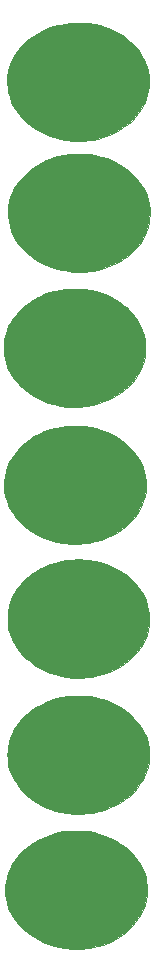
<source format=gbs>
%TF.GenerationSoftware,KiCad,Pcbnew,(5.1.9)-1*%
%TF.CreationDate,2021-08-11T15:41:34+02:00*%
%TF.ProjectId,clockdiv-panel,636c6f63-6b64-4697-962d-70616e656c2e,rev?*%
%TF.SameCoordinates,Original*%
%TF.FileFunction,Soldermask,Bot*%
%TF.FilePolarity,Negative*%
%FSLAX46Y46*%
G04 Gerber Fmt 4.6, Leading zero omitted, Abs format (unit mm)*
G04 Created by KiCad (PCBNEW (5.1.9)-1) date 2021-08-11 15:41:34*
%MOMM*%
%LPD*%
G01*
G04 APERTURE LIST*
%ADD10C,0.010000*%
G04 APERTURE END LIST*
D10*
%TO.C,Ref\u002A\u002A*%
G36*
X130307378Y-90226789D02*
G01*
X130511402Y-90231708D01*
X130701143Y-90239753D01*
X130867189Y-90250859D01*
X130978582Y-90262144D01*
X131484859Y-90342852D01*
X131975217Y-90456361D01*
X132447800Y-90601386D01*
X132900754Y-90776641D01*
X133332223Y-90980839D01*
X133740352Y-91212693D01*
X134123286Y-91470919D01*
X134479170Y-91754229D01*
X134806149Y-92061338D01*
X135102367Y-92390960D01*
X135365971Y-92741807D01*
X135595104Y-93112595D01*
X135787911Y-93502037D01*
X135843493Y-93635036D01*
X135968988Y-93989910D01*
X136059514Y-94341663D01*
X136116992Y-94700458D01*
X136143348Y-95076457D01*
X136145606Y-95230921D01*
X136132279Y-95598962D01*
X136090681Y-95947590D01*
X136018742Y-96285691D01*
X135914392Y-96622150D01*
X135775562Y-96965855D01*
X135707361Y-97112667D01*
X135500631Y-97494107D01*
X135257508Y-97856704D01*
X134980171Y-98199060D01*
X134670797Y-98519777D01*
X134331565Y-98817459D01*
X133964653Y-99090706D01*
X133572240Y-99338122D01*
X133156504Y-99558310D01*
X132719623Y-99749870D01*
X132263776Y-99911407D01*
X131791141Y-100041521D01*
X131303897Y-100138816D01*
X130908242Y-100191748D01*
X130793469Y-100201024D01*
X130646565Y-100208702D01*
X130476947Y-100214667D01*
X130294033Y-100218804D01*
X130107243Y-100220996D01*
X129925993Y-100221128D01*
X129759704Y-100219084D01*
X129617792Y-100214750D01*
X129518833Y-100208805D01*
X129394999Y-100195854D01*
X129242800Y-100175973D01*
X129075245Y-100151195D01*
X128905344Y-100123555D01*
X128746104Y-100095090D01*
X128610534Y-100067832D01*
X128593374Y-100064047D01*
X128116134Y-99939428D01*
X127658650Y-99784388D01*
X127222376Y-99600508D01*
X126808770Y-99389366D01*
X126419287Y-99152544D01*
X126055384Y-98891621D01*
X125718517Y-98608176D01*
X125410141Y-98303791D01*
X125131713Y-97980045D01*
X124884690Y-97638517D01*
X124670526Y-97280788D01*
X124490679Y-96908437D01*
X124346605Y-96523045D01*
X124239759Y-96126191D01*
X124171597Y-95719456D01*
X124143577Y-95304419D01*
X124142913Y-95235209D01*
X124163152Y-94809859D01*
X124224635Y-94392247D01*
X124326741Y-93983829D01*
X124468847Y-93586062D01*
X124650334Y-93200403D01*
X124870579Y-92828309D01*
X125128961Y-92471237D01*
X125424860Y-92130644D01*
X125499807Y-92053118D01*
X125858647Y-91719288D01*
X126245132Y-91417066D01*
X126658211Y-91146936D01*
X127096833Y-90909384D01*
X127559943Y-90704897D01*
X128046491Y-90533959D01*
X128555424Y-90397058D01*
X129085690Y-90294677D01*
X129402416Y-90251328D01*
X129536681Y-90239653D01*
X129703721Y-90231426D01*
X129894126Y-90226583D01*
X130098482Y-90225059D01*
X130307378Y-90226789D01*
G37*
X130307378Y-90226789D02*
X130511402Y-90231708D01*
X130701143Y-90239753D01*
X130867189Y-90250859D01*
X130978582Y-90262144D01*
X131484859Y-90342852D01*
X131975217Y-90456361D01*
X132447800Y-90601386D01*
X132900754Y-90776641D01*
X133332223Y-90980839D01*
X133740352Y-91212693D01*
X134123286Y-91470919D01*
X134479170Y-91754229D01*
X134806149Y-92061338D01*
X135102367Y-92390960D01*
X135365971Y-92741807D01*
X135595104Y-93112595D01*
X135787911Y-93502037D01*
X135843493Y-93635036D01*
X135968988Y-93989910D01*
X136059514Y-94341663D01*
X136116992Y-94700458D01*
X136143348Y-95076457D01*
X136145606Y-95230921D01*
X136132279Y-95598962D01*
X136090681Y-95947590D01*
X136018742Y-96285691D01*
X135914392Y-96622150D01*
X135775562Y-96965855D01*
X135707361Y-97112667D01*
X135500631Y-97494107D01*
X135257508Y-97856704D01*
X134980171Y-98199060D01*
X134670797Y-98519777D01*
X134331565Y-98817459D01*
X133964653Y-99090706D01*
X133572240Y-99338122D01*
X133156504Y-99558310D01*
X132719623Y-99749870D01*
X132263776Y-99911407D01*
X131791141Y-100041521D01*
X131303897Y-100138816D01*
X130908242Y-100191748D01*
X130793469Y-100201024D01*
X130646565Y-100208702D01*
X130476947Y-100214667D01*
X130294033Y-100218804D01*
X130107243Y-100220996D01*
X129925993Y-100221128D01*
X129759704Y-100219084D01*
X129617792Y-100214750D01*
X129518833Y-100208805D01*
X129394999Y-100195854D01*
X129242800Y-100175973D01*
X129075245Y-100151195D01*
X128905344Y-100123555D01*
X128746104Y-100095090D01*
X128610534Y-100067832D01*
X128593374Y-100064047D01*
X128116134Y-99939428D01*
X127658650Y-99784388D01*
X127222376Y-99600508D01*
X126808770Y-99389366D01*
X126419287Y-99152544D01*
X126055384Y-98891621D01*
X125718517Y-98608176D01*
X125410141Y-98303791D01*
X125131713Y-97980045D01*
X124884690Y-97638517D01*
X124670526Y-97280788D01*
X124490679Y-96908437D01*
X124346605Y-96523045D01*
X124239759Y-96126191D01*
X124171597Y-95719456D01*
X124143577Y-95304419D01*
X124142913Y-95235209D01*
X124163152Y-94809859D01*
X124224635Y-94392247D01*
X124326741Y-93983829D01*
X124468847Y-93586062D01*
X124650334Y-93200403D01*
X124870579Y-92828309D01*
X125128961Y-92471237D01*
X125424860Y-92130644D01*
X125499807Y-92053118D01*
X125858647Y-91719288D01*
X126245132Y-91417066D01*
X126658211Y-91146936D01*
X127096833Y-90909384D01*
X127559943Y-90704897D01*
X128046491Y-90533959D01*
X128555424Y-90397058D01*
X129085690Y-90294677D01*
X129402416Y-90251328D01*
X129536681Y-90239653D01*
X129703721Y-90231426D01*
X129894126Y-90226583D01*
X130098482Y-90225059D01*
X130307378Y-90226789D01*
G36*
X130436530Y-101317451D02*
G01*
X130659261Y-101324247D01*
X130861585Y-101335757D01*
X131033089Y-101351988D01*
X131042082Y-101353100D01*
X131576792Y-101438827D01*
X132089250Y-101559201D01*
X132582965Y-101715277D01*
X133061445Y-101908111D01*
X133356595Y-102048920D01*
X133544732Y-102150393D01*
X133748951Y-102271297D01*
X133956770Y-102403573D01*
X134155710Y-102539162D01*
X134333289Y-102670006D01*
X134398792Y-102721843D01*
X134742750Y-103025403D01*
X135052794Y-103348968D01*
X135328136Y-103690554D01*
X135567990Y-104048180D01*
X135771569Y-104419862D01*
X135938086Y-104803618D01*
X136066756Y-105197466D01*
X136156791Y-105599422D01*
X136207405Y-106007505D01*
X136217810Y-106419731D01*
X136187221Y-106834118D01*
X136142523Y-107116535D01*
X136042011Y-107527463D01*
X135902645Y-107924940D01*
X135726148Y-108307575D01*
X135514246Y-108673975D01*
X135268662Y-109022750D01*
X134991122Y-109352506D01*
X134683350Y-109661852D01*
X134347070Y-109949396D01*
X133984008Y-110213747D01*
X133595888Y-110453512D01*
X133184434Y-110667299D01*
X132751372Y-110853717D01*
X132298425Y-111011374D01*
X131827319Y-111138877D01*
X131339777Y-111234836D01*
X130979333Y-111283634D01*
X130832957Y-111295933D01*
X130654939Y-111304823D01*
X130455244Y-111310317D01*
X130243836Y-111312428D01*
X130030680Y-111311168D01*
X129825742Y-111306549D01*
X129638987Y-111298584D01*
X129480380Y-111287286D01*
X129425744Y-111281686D01*
X128896460Y-111201755D01*
X128384146Y-111085854D01*
X127890542Y-110934761D01*
X127417385Y-110749255D01*
X126966417Y-110530114D01*
X126539376Y-110278116D01*
X126138001Y-109994040D01*
X125764032Y-109678663D01*
X125691738Y-109611002D01*
X125403306Y-109316197D01*
X125150910Y-109013904D01*
X124928266Y-108695644D01*
X124729087Y-108352940D01*
X124661959Y-108222033D01*
X124489318Y-107828703D01*
X124357810Y-107428819D01*
X124267116Y-107024404D01*
X124216912Y-106617482D01*
X124206879Y-106210076D01*
X124236694Y-105804211D01*
X124306037Y-105401909D01*
X124414586Y-105005195D01*
X124562020Y-104616091D01*
X124748017Y-104236623D01*
X124972257Y-103868813D01*
X125234417Y-103514684D01*
X125448657Y-103266948D01*
X125787932Y-102929711D01*
X126157020Y-102621648D01*
X126554348Y-102343524D01*
X126978344Y-102096103D01*
X127427436Y-101880152D01*
X127900050Y-101696434D01*
X128394615Y-101545714D01*
X128909559Y-101428757D01*
X129381250Y-101353998D01*
X129549812Y-101337304D01*
X129750034Y-101325297D01*
X129971504Y-101317982D01*
X130203807Y-101315365D01*
X130436530Y-101317451D01*
G37*
X130436530Y-101317451D02*
X130659261Y-101324247D01*
X130861585Y-101335757D01*
X131033089Y-101351988D01*
X131042082Y-101353100D01*
X131576792Y-101438827D01*
X132089250Y-101559201D01*
X132582965Y-101715277D01*
X133061445Y-101908111D01*
X133356595Y-102048920D01*
X133544732Y-102150393D01*
X133748951Y-102271297D01*
X133956770Y-102403573D01*
X134155710Y-102539162D01*
X134333289Y-102670006D01*
X134398792Y-102721843D01*
X134742750Y-103025403D01*
X135052794Y-103348968D01*
X135328136Y-103690554D01*
X135567990Y-104048180D01*
X135771569Y-104419862D01*
X135938086Y-104803618D01*
X136066756Y-105197466D01*
X136156791Y-105599422D01*
X136207405Y-106007505D01*
X136217810Y-106419731D01*
X136187221Y-106834118D01*
X136142523Y-107116535D01*
X136042011Y-107527463D01*
X135902645Y-107924940D01*
X135726148Y-108307575D01*
X135514246Y-108673975D01*
X135268662Y-109022750D01*
X134991122Y-109352506D01*
X134683350Y-109661852D01*
X134347070Y-109949396D01*
X133984008Y-110213747D01*
X133595888Y-110453512D01*
X133184434Y-110667299D01*
X132751372Y-110853717D01*
X132298425Y-111011374D01*
X131827319Y-111138877D01*
X131339777Y-111234836D01*
X130979333Y-111283634D01*
X130832957Y-111295933D01*
X130654939Y-111304823D01*
X130455244Y-111310317D01*
X130243836Y-111312428D01*
X130030680Y-111311168D01*
X129825742Y-111306549D01*
X129638987Y-111298584D01*
X129480380Y-111287286D01*
X129425744Y-111281686D01*
X128896460Y-111201755D01*
X128384146Y-111085854D01*
X127890542Y-110934761D01*
X127417385Y-110749255D01*
X126966417Y-110530114D01*
X126539376Y-110278116D01*
X126138001Y-109994040D01*
X125764032Y-109678663D01*
X125691738Y-109611002D01*
X125403306Y-109316197D01*
X125150910Y-109013904D01*
X124928266Y-108695644D01*
X124729087Y-108352940D01*
X124661959Y-108222033D01*
X124489318Y-107828703D01*
X124357810Y-107428819D01*
X124267116Y-107024404D01*
X124216912Y-106617482D01*
X124206879Y-106210076D01*
X124236694Y-105804211D01*
X124306037Y-105401909D01*
X124414586Y-105005195D01*
X124562020Y-104616091D01*
X124748017Y-104236623D01*
X124972257Y-103868813D01*
X125234417Y-103514684D01*
X125448657Y-103266948D01*
X125787932Y-102929711D01*
X126157020Y-102621648D01*
X126554348Y-102343524D01*
X126978344Y-102096103D01*
X127427436Y-101880152D01*
X127900050Y-101696434D01*
X128394615Y-101545714D01*
X128909559Y-101428757D01*
X129381250Y-101353998D01*
X129549812Y-101337304D01*
X129750034Y-101325297D01*
X129971504Y-101317982D01*
X130203807Y-101315365D01*
X130436530Y-101317451D01*
G36*
X130014908Y-112746300D02*
G01*
X130197455Y-112749178D01*
X130364254Y-112754122D01*
X130507015Y-112761134D01*
X130617446Y-112770218D01*
X130630083Y-112771683D01*
X131169415Y-112856353D01*
X131689409Y-112976515D01*
X132188804Y-113131600D01*
X132666338Y-113321040D01*
X133120752Y-113544269D01*
X133550783Y-113800719D01*
X133955171Y-114089821D01*
X134332656Y-114411010D01*
X134388277Y-114463249D01*
X134696959Y-114784340D01*
X134972184Y-115127386D01*
X135212632Y-115489801D01*
X135416981Y-115868999D01*
X135583912Y-116262394D01*
X135712103Y-116667402D01*
X135800234Y-117081435D01*
X135827851Y-117282008D01*
X135838271Y-117415567D01*
X135843447Y-117577085D01*
X135843682Y-117755331D01*
X135839279Y-117939072D01*
X135830541Y-118117078D01*
X135817771Y-118278116D01*
X135801271Y-118410955D01*
X135796665Y-118438083D01*
X135701289Y-118859529D01*
X135571838Y-119259801D01*
X135406970Y-119641402D01*
X135205342Y-120006838D01*
X134965613Y-120358612D01*
X134686440Y-120699227D01*
X134451794Y-120947448D01*
X134089770Y-121279655D01*
X133700519Y-121579832D01*
X133285021Y-121847513D01*
X132844257Y-122082233D01*
X132379205Y-122283528D01*
X131890848Y-122450933D01*
X131380164Y-122583984D01*
X130848135Y-122682215D01*
X130767666Y-122693764D01*
X130662078Y-122704992D01*
X130522698Y-122714807D01*
X130357906Y-122723053D01*
X130176085Y-122729574D01*
X129985617Y-122734214D01*
X129794884Y-122736817D01*
X129612267Y-122737227D01*
X129446148Y-122735288D01*
X129304909Y-122730843D01*
X129196932Y-122723737D01*
X129190750Y-122723127D01*
X128640855Y-122647807D01*
X128111305Y-122535626D01*
X127602327Y-122386671D01*
X127114150Y-122201027D01*
X126647002Y-121978782D01*
X126201112Y-121720021D01*
X125804083Y-121445458D01*
X125679966Y-121346760D01*
X125540210Y-121226059D01*
X125392153Y-121090522D01*
X125243132Y-120947315D01*
X125100485Y-120803604D01*
X124971551Y-120666554D01*
X124863667Y-120543333D01*
X124805310Y-120470083D01*
X124548377Y-120100774D01*
X124332696Y-119729497D01*
X124157189Y-119353754D01*
X124020776Y-118971046D01*
X123922379Y-118578875D01*
X123879281Y-118324802D01*
X123861151Y-118150428D01*
X123850363Y-117949123D01*
X123846903Y-117734635D01*
X123850763Y-117520713D01*
X123861930Y-117321104D01*
X123880220Y-117150767D01*
X123961548Y-116732249D01*
X124082753Y-116325470D01*
X124242629Y-115931954D01*
X124439970Y-115553225D01*
X124673571Y-115190806D01*
X124942226Y-114846222D01*
X125244729Y-114520997D01*
X125579875Y-114216655D01*
X125946457Y-113934720D01*
X126343271Y-113676716D01*
X126769110Y-113444167D01*
X126840171Y-113409272D01*
X127268759Y-113219705D01*
X127706488Y-113062059D01*
X128159957Y-112934434D01*
X128635762Y-112834932D01*
X129053166Y-112772241D01*
X129156107Y-112762788D01*
X129293041Y-112755383D01*
X129455679Y-112750028D01*
X129635729Y-112746728D01*
X129824902Y-112745484D01*
X130014908Y-112746300D01*
G37*
X130014908Y-112746300D02*
X130197455Y-112749178D01*
X130364254Y-112754122D01*
X130507015Y-112761134D01*
X130617446Y-112770218D01*
X130630083Y-112771683D01*
X131169415Y-112856353D01*
X131689409Y-112976515D01*
X132188804Y-113131600D01*
X132666338Y-113321040D01*
X133120752Y-113544269D01*
X133550783Y-113800719D01*
X133955171Y-114089821D01*
X134332656Y-114411010D01*
X134388277Y-114463249D01*
X134696959Y-114784340D01*
X134972184Y-115127386D01*
X135212632Y-115489801D01*
X135416981Y-115868999D01*
X135583912Y-116262394D01*
X135712103Y-116667402D01*
X135800234Y-117081435D01*
X135827851Y-117282008D01*
X135838271Y-117415567D01*
X135843447Y-117577085D01*
X135843682Y-117755331D01*
X135839279Y-117939072D01*
X135830541Y-118117078D01*
X135817771Y-118278116D01*
X135801271Y-118410955D01*
X135796665Y-118438083D01*
X135701289Y-118859529D01*
X135571838Y-119259801D01*
X135406970Y-119641402D01*
X135205342Y-120006838D01*
X134965613Y-120358612D01*
X134686440Y-120699227D01*
X134451794Y-120947448D01*
X134089770Y-121279655D01*
X133700519Y-121579832D01*
X133285021Y-121847513D01*
X132844257Y-122082233D01*
X132379205Y-122283528D01*
X131890848Y-122450933D01*
X131380164Y-122583984D01*
X130848135Y-122682215D01*
X130767666Y-122693764D01*
X130662078Y-122704992D01*
X130522698Y-122714807D01*
X130357906Y-122723053D01*
X130176085Y-122729574D01*
X129985617Y-122734214D01*
X129794884Y-122736817D01*
X129612267Y-122737227D01*
X129446148Y-122735288D01*
X129304909Y-122730843D01*
X129196932Y-122723737D01*
X129190750Y-122723127D01*
X128640855Y-122647807D01*
X128111305Y-122535626D01*
X127602327Y-122386671D01*
X127114150Y-122201027D01*
X126647002Y-121978782D01*
X126201112Y-121720021D01*
X125804083Y-121445458D01*
X125679966Y-121346760D01*
X125540210Y-121226059D01*
X125392153Y-121090522D01*
X125243132Y-120947315D01*
X125100485Y-120803604D01*
X124971551Y-120666554D01*
X124863667Y-120543333D01*
X124805310Y-120470083D01*
X124548377Y-120100774D01*
X124332696Y-119729497D01*
X124157189Y-119353754D01*
X124020776Y-118971046D01*
X123922379Y-118578875D01*
X123879281Y-118324802D01*
X123861151Y-118150428D01*
X123850363Y-117949123D01*
X123846903Y-117734635D01*
X123850763Y-117520713D01*
X123861930Y-117321104D01*
X123880220Y-117150767D01*
X123961548Y-116732249D01*
X124082753Y-116325470D01*
X124242629Y-115931954D01*
X124439970Y-115553225D01*
X124673571Y-115190806D01*
X124942226Y-114846222D01*
X125244729Y-114520997D01*
X125579875Y-114216655D01*
X125946457Y-113934720D01*
X126343271Y-113676716D01*
X126769110Y-113444167D01*
X126840171Y-113409272D01*
X127268759Y-113219705D01*
X127706488Y-113062059D01*
X128159957Y-112934434D01*
X128635762Y-112834932D01*
X129053166Y-112772241D01*
X129156107Y-112762788D01*
X129293041Y-112755383D01*
X129455679Y-112750028D01*
X129635729Y-112746728D01*
X129824902Y-112745484D01*
X130014908Y-112746300D01*
G36*
X130044539Y-124335307D02*
G01*
X130285471Y-124341935D01*
X130505676Y-124354221D01*
X130635976Y-124365681D01*
X131137080Y-124436374D01*
X131624707Y-124541179D01*
X132096745Y-124678745D01*
X132551083Y-124847723D01*
X132985608Y-125046762D01*
X133398208Y-125274512D01*
X133786771Y-125529623D01*
X134149184Y-125810744D01*
X134483335Y-126116526D01*
X134787113Y-126445619D01*
X135058405Y-126796672D01*
X135295098Y-127168336D01*
X135436074Y-127433917D01*
X135607952Y-127831056D01*
X135738476Y-128234231D01*
X135827879Y-128641569D01*
X135876395Y-129051198D01*
X135884258Y-129461246D01*
X135851703Y-129869840D01*
X135778961Y-130275107D01*
X135666269Y-130675177D01*
X135513858Y-131068176D01*
X135321964Y-131452232D01*
X135090819Y-131825474D01*
X134846615Y-132154083D01*
X134754577Y-132261040D01*
X134637491Y-132386173D01*
X134503620Y-132521535D01*
X134361227Y-132659176D01*
X134218575Y-132791149D01*
X134083926Y-132909504D01*
X133965544Y-133006295D01*
X133941909Y-133024353D01*
X133515512Y-133318984D01*
X133069076Y-133576728D01*
X132602226Y-133797732D01*
X132114590Y-133982139D01*
X131605795Y-134130094D01*
X131075466Y-134241744D01*
X130651250Y-134303177D01*
X130572313Y-134310129D01*
X130461395Y-134316698D01*
X130326871Y-134322684D01*
X130177116Y-134327888D01*
X130020506Y-134332111D01*
X129865416Y-134335152D01*
X129720223Y-134336814D01*
X129593301Y-134336897D01*
X129493026Y-134335200D01*
X129434166Y-134332139D01*
X129098353Y-134297628D01*
X128778117Y-134254686D01*
X128482435Y-134204661D01*
X128231392Y-134151550D01*
X127749549Y-134017598D01*
X127279288Y-133847948D01*
X126825764Y-133644981D01*
X126394130Y-133411080D01*
X125989539Y-133148626D01*
X125864996Y-133057778D01*
X125504651Y-132763932D01*
X125178776Y-132450402D01*
X124887891Y-132119083D01*
X124632516Y-131771869D01*
X124413172Y-131410657D01*
X124230378Y-131037341D01*
X124084655Y-130653816D01*
X123976523Y-130261976D01*
X123906501Y-129863718D01*
X123875111Y-129460935D01*
X123882871Y-129055524D01*
X123930303Y-128649379D01*
X124017926Y-128244394D01*
X124146261Y-127842466D01*
X124315827Y-127445488D01*
X124321439Y-127433917D01*
X124523147Y-127064314D01*
X124761007Y-126711023D01*
X125036918Y-126371415D01*
X125263477Y-126130605D01*
X125612413Y-125810128D01*
X125991585Y-125517437D01*
X126398241Y-125253794D01*
X126829628Y-125020455D01*
X127282993Y-124818680D01*
X127755583Y-124649727D01*
X128244644Y-124514856D01*
X128747425Y-124415324D01*
X129124257Y-124365418D01*
X129322739Y-124349392D01*
X129550637Y-124339033D01*
X129795416Y-124334339D01*
X130044539Y-124335307D01*
G37*
X130044539Y-124335307D02*
X130285471Y-124341935D01*
X130505676Y-124354221D01*
X130635976Y-124365681D01*
X131137080Y-124436374D01*
X131624707Y-124541179D01*
X132096745Y-124678745D01*
X132551083Y-124847723D01*
X132985608Y-125046762D01*
X133398208Y-125274512D01*
X133786771Y-125529623D01*
X134149184Y-125810744D01*
X134483335Y-126116526D01*
X134787113Y-126445619D01*
X135058405Y-126796672D01*
X135295098Y-127168336D01*
X135436074Y-127433917D01*
X135607952Y-127831056D01*
X135738476Y-128234231D01*
X135827879Y-128641569D01*
X135876395Y-129051198D01*
X135884258Y-129461246D01*
X135851703Y-129869840D01*
X135778961Y-130275107D01*
X135666269Y-130675177D01*
X135513858Y-131068176D01*
X135321964Y-131452232D01*
X135090819Y-131825474D01*
X134846615Y-132154083D01*
X134754577Y-132261040D01*
X134637491Y-132386173D01*
X134503620Y-132521535D01*
X134361227Y-132659176D01*
X134218575Y-132791149D01*
X134083926Y-132909504D01*
X133965544Y-133006295D01*
X133941909Y-133024353D01*
X133515512Y-133318984D01*
X133069076Y-133576728D01*
X132602226Y-133797732D01*
X132114590Y-133982139D01*
X131605795Y-134130094D01*
X131075466Y-134241744D01*
X130651250Y-134303177D01*
X130572313Y-134310129D01*
X130461395Y-134316698D01*
X130326871Y-134322684D01*
X130177116Y-134327888D01*
X130020506Y-134332111D01*
X129865416Y-134335152D01*
X129720223Y-134336814D01*
X129593301Y-134336897D01*
X129493026Y-134335200D01*
X129434166Y-134332139D01*
X129098353Y-134297628D01*
X128778117Y-134254686D01*
X128482435Y-134204661D01*
X128231392Y-134151550D01*
X127749549Y-134017598D01*
X127279288Y-133847948D01*
X126825764Y-133644981D01*
X126394130Y-133411080D01*
X125989539Y-133148626D01*
X125864996Y-133057778D01*
X125504651Y-132763932D01*
X125178776Y-132450402D01*
X124887891Y-132119083D01*
X124632516Y-131771869D01*
X124413172Y-131410657D01*
X124230378Y-131037341D01*
X124084655Y-130653816D01*
X123976523Y-130261976D01*
X123906501Y-129863718D01*
X123875111Y-129460935D01*
X123882871Y-129055524D01*
X123930303Y-128649379D01*
X124017926Y-128244394D01*
X124146261Y-127842466D01*
X124315827Y-127445488D01*
X124321439Y-127433917D01*
X124523147Y-127064314D01*
X124761007Y-126711023D01*
X125036918Y-126371415D01*
X125263477Y-126130605D01*
X125612413Y-125810128D01*
X125991585Y-125517437D01*
X126398241Y-125253794D01*
X126829628Y-125020455D01*
X127282993Y-124818680D01*
X127755583Y-124649727D01*
X128244644Y-124514856D01*
X128747425Y-124415324D01*
X129124257Y-124365418D01*
X129322739Y-124349392D01*
X129550637Y-124339033D01*
X129795416Y-124334339D01*
X130044539Y-124335307D01*
G36*
X130349219Y-135673023D02*
G01*
X130550386Y-135678731D01*
X130735774Y-135687713D01*
X130895727Y-135699893D01*
X130968750Y-135707853D01*
X131496698Y-135790565D01*
X131997334Y-135903671D01*
X132473981Y-136048353D01*
X132929967Y-136225792D01*
X133368616Y-136437170D01*
X133793255Y-136683668D01*
X133889750Y-136745755D01*
X134271025Y-137018306D01*
X134621234Y-137315138D01*
X134939166Y-137634405D01*
X135223614Y-137974263D01*
X135473369Y-138332865D01*
X135687222Y-138708367D01*
X135863966Y-139098924D01*
X136002391Y-139502690D01*
X136101290Y-139917820D01*
X136142995Y-140186278D01*
X136156554Y-140342311D01*
X136163344Y-140526319D01*
X136163505Y-140724509D01*
X136157175Y-140923090D01*
X136144495Y-141108270D01*
X136132562Y-141217624D01*
X136057290Y-141632918D01*
X135942076Y-142037367D01*
X135788290Y-142429362D01*
X135597304Y-142807293D01*
X135370491Y-143169550D01*
X135109220Y-143514523D01*
X134814863Y-143840601D01*
X134488792Y-144146175D01*
X134132379Y-144429635D01*
X133746994Y-144689371D01*
X133334008Y-144923773D01*
X132894795Y-145131231D01*
X132746750Y-145192537D01*
X132278027Y-145360020D01*
X131796441Y-145491840D01*
X131297845Y-145588899D01*
X130778090Y-145652098D01*
X130555634Y-145668571D01*
X130409983Y-145677106D01*
X130293092Y-145682756D01*
X130193040Y-145685512D01*
X130097903Y-145685361D01*
X129995761Y-145682294D01*
X129874691Y-145676301D01*
X129730500Y-145667838D01*
X129212963Y-145617553D01*
X128705849Y-145530737D01*
X128211791Y-145408526D01*
X127733426Y-145252060D01*
X127273388Y-145062476D01*
X126834313Y-144840911D01*
X126418836Y-144588504D01*
X126029592Y-144306392D01*
X125669217Y-143995713D01*
X125520304Y-143850082D01*
X125211211Y-143507480D01*
X124940775Y-143147651D01*
X124708927Y-142770469D01*
X124515599Y-142375807D01*
X124360723Y-141963542D01*
X124244230Y-141533546D01*
X124234480Y-141488583D01*
X124215958Y-141398597D01*
X124201801Y-141320580D01*
X124191414Y-141246546D01*
X124184199Y-141168507D01*
X124179561Y-141078477D01*
X124176903Y-140968468D01*
X124175629Y-140830495D01*
X124175206Y-140694833D01*
X124175586Y-140506256D01*
X124178100Y-140351135D01*
X124183652Y-140220614D01*
X124193149Y-140105832D01*
X124207496Y-139997931D01*
X124227600Y-139888054D01*
X124254366Y-139767341D01*
X124281434Y-139656012D01*
X124405177Y-139245831D01*
X124568320Y-138849065D01*
X124769643Y-138467220D01*
X125007921Y-138101803D01*
X125281932Y-137754320D01*
X125590453Y-137426279D01*
X125932261Y-137119187D01*
X126306134Y-136834551D01*
X126710848Y-136573877D01*
X126845272Y-136496550D01*
X127272776Y-136280463D01*
X127728713Y-136094295D01*
X128210919Y-135938716D01*
X128717228Y-135814390D01*
X129245474Y-135721985D01*
X129444750Y-135696172D01*
X129579936Y-135684404D01*
X129747633Y-135676279D01*
X129938185Y-135671723D01*
X130141933Y-135670663D01*
X130349219Y-135673023D01*
G37*
X130349219Y-135673023D02*
X130550386Y-135678731D01*
X130735774Y-135687713D01*
X130895727Y-135699893D01*
X130968750Y-135707853D01*
X131496698Y-135790565D01*
X131997334Y-135903671D01*
X132473981Y-136048353D01*
X132929967Y-136225792D01*
X133368616Y-136437170D01*
X133793255Y-136683668D01*
X133889750Y-136745755D01*
X134271025Y-137018306D01*
X134621234Y-137315138D01*
X134939166Y-137634405D01*
X135223614Y-137974263D01*
X135473369Y-138332865D01*
X135687222Y-138708367D01*
X135863966Y-139098924D01*
X136002391Y-139502690D01*
X136101290Y-139917820D01*
X136142995Y-140186278D01*
X136156554Y-140342311D01*
X136163344Y-140526319D01*
X136163505Y-140724509D01*
X136157175Y-140923090D01*
X136144495Y-141108270D01*
X136132562Y-141217624D01*
X136057290Y-141632918D01*
X135942076Y-142037367D01*
X135788290Y-142429362D01*
X135597304Y-142807293D01*
X135370491Y-143169550D01*
X135109220Y-143514523D01*
X134814863Y-143840601D01*
X134488792Y-144146175D01*
X134132379Y-144429635D01*
X133746994Y-144689371D01*
X133334008Y-144923773D01*
X132894795Y-145131231D01*
X132746750Y-145192537D01*
X132278027Y-145360020D01*
X131796441Y-145491840D01*
X131297845Y-145588899D01*
X130778090Y-145652098D01*
X130555634Y-145668571D01*
X130409983Y-145677106D01*
X130293092Y-145682756D01*
X130193040Y-145685512D01*
X130097903Y-145685361D01*
X129995761Y-145682294D01*
X129874691Y-145676301D01*
X129730500Y-145667838D01*
X129212963Y-145617553D01*
X128705849Y-145530737D01*
X128211791Y-145408526D01*
X127733426Y-145252060D01*
X127273388Y-145062476D01*
X126834313Y-144840911D01*
X126418836Y-144588504D01*
X126029592Y-144306392D01*
X125669217Y-143995713D01*
X125520304Y-143850082D01*
X125211211Y-143507480D01*
X124940775Y-143147651D01*
X124708927Y-142770469D01*
X124515599Y-142375807D01*
X124360723Y-141963542D01*
X124244230Y-141533546D01*
X124234480Y-141488583D01*
X124215958Y-141398597D01*
X124201801Y-141320580D01*
X124191414Y-141246546D01*
X124184199Y-141168507D01*
X124179561Y-141078477D01*
X124176903Y-140968468D01*
X124175629Y-140830495D01*
X124175206Y-140694833D01*
X124175586Y-140506256D01*
X124178100Y-140351135D01*
X124183652Y-140220614D01*
X124193149Y-140105832D01*
X124207496Y-139997931D01*
X124227600Y-139888054D01*
X124254366Y-139767341D01*
X124281434Y-139656012D01*
X124405177Y-139245831D01*
X124568320Y-138849065D01*
X124769643Y-138467220D01*
X125007921Y-138101803D01*
X125281932Y-137754320D01*
X125590453Y-137426279D01*
X125932261Y-137119187D01*
X126306134Y-136834551D01*
X126710848Y-136573877D01*
X126845272Y-136496550D01*
X127272776Y-136280463D01*
X127728713Y-136094295D01*
X128210919Y-135938716D01*
X128717228Y-135814390D01*
X129245474Y-135721985D01*
X129444750Y-135696172D01*
X129579936Y-135684404D01*
X129747633Y-135676279D01*
X129938185Y-135671723D01*
X130141933Y-135670663D01*
X130349219Y-135673023D01*
G36*
X130392311Y-147206252D02*
G01*
X130587306Y-147209911D01*
X130758799Y-147217101D01*
X130916186Y-147228704D01*
X131068866Y-147245602D01*
X131226235Y-147268676D01*
X131397689Y-147298807D01*
X131592627Y-147336878D01*
X131614333Y-147341269D01*
X132098096Y-147458303D01*
X132566196Y-147609269D01*
X133016289Y-147792573D01*
X133446032Y-148006623D01*
X133853084Y-148249825D01*
X134235100Y-148520586D01*
X134589738Y-148817313D01*
X134914656Y-149138414D01*
X135207509Y-149482294D01*
X135465957Y-149847361D01*
X135583029Y-150039917D01*
X135779419Y-150422134D01*
X135935592Y-150814893D01*
X136051632Y-151215777D01*
X136127624Y-151622368D01*
X136163652Y-152032252D01*
X136159801Y-152443010D01*
X136116154Y-152852227D01*
X136032795Y-153257485D01*
X135909811Y-153656369D01*
X135747284Y-154046461D01*
X135545299Y-154425346D01*
X135423200Y-154619394D01*
X135150580Y-154991903D01*
X134844747Y-155339592D01*
X134507531Y-155661391D01*
X134140761Y-155956232D01*
X133746266Y-156223048D01*
X133325876Y-156460769D01*
X132881419Y-156668329D01*
X132414725Y-156844658D01*
X131927624Y-156988688D01*
X131421944Y-157099352D01*
X131085166Y-157152747D01*
X130998085Y-157161854D01*
X130879170Y-157170439D01*
X130735850Y-157178305D01*
X130575554Y-157185255D01*
X130405709Y-157191094D01*
X130233746Y-157195624D01*
X130067092Y-157198649D01*
X129913178Y-157199973D01*
X129779430Y-157199400D01*
X129673280Y-157196732D01*
X129603500Y-157191933D01*
X129400704Y-157167772D01*
X129232153Y-157146521D01*
X129089956Y-157127005D01*
X128966221Y-157108050D01*
X128853057Y-157088479D01*
X128742572Y-157067120D01*
X128684557Y-157055126D01*
X128197328Y-156933938D01*
X127727894Y-156780012D01*
X127278280Y-156594819D01*
X126850507Y-156379829D01*
X126446598Y-156136515D01*
X126068578Y-155866347D01*
X125718469Y-155570797D01*
X125398294Y-155251335D01*
X125110076Y-154909433D01*
X124855839Y-154546563D01*
X124637605Y-154164195D01*
X124597117Y-154082750D01*
X124445744Y-153739165D01*
X124329111Y-153401730D01*
X124243594Y-153058691D01*
X124196781Y-152784136D01*
X124178787Y-152610583D01*
X124168052Y-152409325D01*
X124164575Y-152194360D01*
X124168356Y-151979689D01*
X124179396Y-151779311D01*
X124196781Y-151613697D01*
X124275172Y-151202546D01*
X124393136Y-150802568D01*
X124549023Y-150415316D01*
X124741181Y-150042346D01*
X124967957Y-149685212D01*
X125227699Y-149345467D01*
X125518757Y-149024668D01*
X125839477Y-148724367D01*
X126188208Y-148446119D01*
X126563298Y-148191480D01*
X126963095Y-147962002D01*
X127385946Y-147759241D01*
X127830202Y-147584751D01*
X128294208Y-147440087D01*
X128746250Y-147332819D01*
X128937799Y-147295589D01*
X129109701Y-147266110D01*
X129271221Y-147243549D01*
X129431622Y-147227072D01*
X129600168Y-147215846D01*
X129786123Y-147209038D01*
X129998751Y-147205813D01*
X130164416Y-147205243D01*
X130392311Y-147206252D01*
G37*
X130392311Y-147206252D02*
X130587306Y-147209911D01*
X130758799Y-147217101D01*
X130916186Y-147228704D01*
X131068866Y-147245602D01*
X131226235Y-147268676D01*
X131397689Y-147298807D01*
X131592627Y-147336878D01*
X131614333Y-147341269D01*
X132098096Y-147458303D01*
X132566196Y-147609269D01*
X133016289Y-147792573D01*
X133446032Y-148006623D01*
X133853084Y-148249825D01*
X134235100Y-148520586D01*
X134589738Y-148817313D01*
X134914656Y-149138414D01*
X135207509Y-149482294D01*
X135465957Y-149847361D01*
X135583029Y-150039917D01*
X135779419Y-150422134D01*
X135935592Y-150814893D01*
X136051632Y-151215777D01*
X136127624Y-151622368D01*
X136163652Y-152032252D01*
X136159801Y-152443010D01*
X136116154Y-152852227D01*
X136032795Y-153257485D01*
X135909811Y-153656369D01*
X135747284Y-154046461D01*
X135545299Y-154425346D01*
X135423200Y-154619394D01*
X135150580Y-154991903D01*
X134844747Y-155339592D01*
X134507531Y-155661391D01*
X134140761Y-155956232D01*
X133746266Y-156223048D01*
X133325876Y-156460769D01*
X132881419Y-156668329D01*
X132414725Y-156844658D01*
X131927624Y-156988688D01*
X131421944Y-157099352D01*
X131085166Y-157152747D01*
X130998085Y-157161854D01*
X130879170Y-157170439D01*
X130735850Y-157178305D01*
X130575554Y-157185255D01*
X130405709Y-157191094D01*
X130233746Y-157195624D01*
X130067092Y-157198649D01*
X129913178Y-157199973D01*
X129779430Y-157199400D01*
X129673280Y-157196732D01*
X129603500Y-157191933D01*
X129400704Y-157167772D01*
X129232153Y-157146521D01*
X129089956Y-157127005D01*
X128966221Y-157108050D01*
X128853057Y-157088479D01*
X128742572Y-157067120D01*
X128684557Y-157055126D01*
X128197328Y-156933938D01*
X127727894Y-156780012D01*
X127278280Y-156594819D01*
X126850507Y-156379829D01*
X126446598Y-156136515D01*
X126068578Y-155866347D01*
X125718469Y-155570797D01*
X125398294Y-155251335D01*
X125110076Y-154909433D01*
X124855839Y-154546563D01*
X124637605Y-154164195D01*
X124597117Y-154082750D01*
X124445744Y-153739165D01*
X124329111Y-153401730D01*
X124243594Y-153058691D01*
X124196781Y-152784136D01*
X124178787Y-152610583D01*
X124168052Y-152409325D01*
X124164575Y-152194360D01*
X124168356Y-151979689D01*
X124179396Y-151779311D01*
X124196781Y-151613697D01*
X124275172Y-151202546D01*
X124393136Y-150802568D01*
X124549023Y-150415316D01*
X124741181Y-150042346D01*
X124967957Y-149685212D01*
X125227699Y-149345467D01*
X125518757Y-149024668D01*
X125839477Y-148724367D01*
X126188208Y-148446119D01*
X126563298Y-148191480D01*
X126963095Y-147962002D01*
X127385946Y-147759241D01*
X127830202Y-147584751D01*
X128294208Y-147440087D01*
X128746250Y-147332819D01*
X128937799Y-147295589D01*
X129109701Y-147266110D01*
X129271221Y-147243549D01*
X129431622Y-147227072D01*
X129600168Y-147215846D01*
X129786123Y-147209038D01*
X129998751Y-147205813D01*
X130164416Y-147205243D01*
X130392311Y-147206252D01*
G36*
X130477318Y-158640658D02*
G01*
X130972283Y-158692786D01*
X131455662Y-158778117D01*
X131925464Y-158895382D01*
X132379695Y-159043314D01*
X132816365Y-159220644D01*
X133233482Y-159426106D01*
X133629052Y-159658430D01*
X134001085Y-159916350D01*
X134347588Y-160198596D01*
X134666569Y-160503901D01*
X134956036Y-160830998D01*
X135213997Y-161178618D01*
X135438461Y-161545493D01*
X135627435Y-161930356D01*
X135773480Y-162315167D01*
X135864606Y-162636128D01*
X135927371Y-162958960D01*
X135963485Y-163294941D01*
X135974666Y-163643508D01*
X135954035Y-164070437D01*
X135892508Y-164487713D01*
X135790632Y-164894310D01*
X135648957Y-165289205D01*
X135468030Y-165671372D01*
X135248399Y-166039788D01*
X134990612Y-166393428D01*
X134695219Y-166731267D01*
X134362766Y-167052280D01*
X133993803Y-167355444D01*
X133985000Y-167362117D01*
X133577998Y-167643597D01*
X133145888Y-167891371D01*
X132689668Y-168105061D01*
X132210334Y-168284285D01*
X131708884Y-168428666D01*
X131186314Y-168537822D01*
X130725333Y-168602731D01*
X130630352Y-168610792D01*
X130505335Y-168617756D01*
X130358279Y-168623515D01*
X130197182Y-168627963D01*
X130030043Y-168630991D01*
X129864859Y-168632492D01*
X129709629Y-168632359D01*
X129572351Y-168630484D01*
X129461023Y-168626760D01*
X129383643Y-168621079D01*
X129381250Y-168620795D01*
X129336374Y-168615381D01*
X129259823Y-168606171D01*
X129161952Y-168594410D01*
X129053120Y-168581342D01*
X129042583Y-168580078D01*
X128552020Y-168501146D01*
X128061662Y-168383066D01*
X127579765Y-168228251D01*
X127114583Y-168039114D01*
X126984455Y-167978414D01*
X126554724Y-167751777D01*
X126153319Y-167499233D01*
X125781500Y-167222371D01*
X125440523Y-166922781D01*
X125131645Y-166602053D01*
X124856125Y-166261779D01*
X124615220Y-165903547D01*
X124410188Y-165528947D01*
X124242287Y-165139571D01*
X124112773Y-164737008D01*
X124022904Y-164322848D01*
X124006058Y-164212535D01*
X123988236Y-164040521D01*
X123977581Y-163840700D01*
X123974089Y-163626987D01*
X123977758Y-163413297D01*
X123988586Y-163213544D01*
X124006281Y-163043697D01*
X124084574Y-162632444D01*
X124201931Y-162233619D01*
X124356564Y-161848549D01*
X124546689Y-161478555D01*
X124770517Y-161124963D01*
X125026262Y-160789096D01*
X125312137Y-160472277D01*
X125626356Y-160175831D01*
X125967131Y-159901081D01*
X126332677Y-159649351D01*
X126721206Y-159421966D01*
X127130932Y-159220248D01*
X127560068Y-159045522D01*
X128006827Y-158899112D01*
X128469422Y-158782341D01*
X128946067Y-158696533D01*
X129434975Y-158643012D01*
X129934360Y-158623101D01*
X129972759Y-158623000D01*
X130477318Y-158640658D01*
G37*
X130477318Y-158640658D02*
X130972283Y-158692786D01*
X131455662Y-158778117D01*
X131925464Y-158895382D01*
X132379695Y-159043314D01*
X132816365Y-159220644D01*
X133233482Y-159426106D01*
X133629052Y-159658430D01*
X134001085Y-159916350D01*
X134347588Y-160198596D01*
X134666569Y-160503901D01*
X134956036Y-160830998D01*
X135213997Y-161178618D01*
X135438461Y-161545493D01*
X135627435Y-161930356D01*
X135773480Y-162315167D01*
X135864606Y-162636128D01*
X135927371Y-162958960D01*
X135963485Y-163294941D01*
X135974666Y-163643508D01*
X135954035Y-164070437D01*
X135892508Y-164487713D01*
X135790632Y-164894310D01*
X135648957Y-165289205D01*
X135468030Y-165671372D01*
X135248399Y-166039788D01*
X134990612Y-166393428D01*
X134695219Y-166731267D01*
X134362766Y-167052280D01*
X133993803Y-167355444D01*
X133985000Y-167362117D01*
X133577998Y-167643597D01*
X133145888Y-167891371D01*
X132689668Y-168105061D01*
X132210334Y-168284285D01*
X131708884Y-168428666D01*
X131186314Y-168537822D01*
X130725333Y-168602731D01*
X130630352Y-168610792D01*
X130505335Y-168617756D01*
X130358279Y-168623515D01*
X130197182Y-168627963D01*
X130030043Y-168630991D01*
X129864859Y-168632492D01*
X129709629Y-168632359D01*
X129572351Y-168630484D01*
X129461023Y-168626760D01*
X129383643Y-168621079D01*
X129381250Y-168620795D01*
X129336374Y-168615381D01*
X129259823Y-168606171D01*
X129161952Y-168594410D01*
X129053120Y-168581342D01*
X129042583Y-168580078D01*
X128552020Y-168501146D01*
X128061662Y-168383066D01*
X127579765Y-168228251D01*
X127114583Y-168039114D01*
X126984455Y-167978414D01*
X126554724Y-167751777D01*
X126153319Y-167499233D01*
X125781500Y-167222371D01*
X125440523Y-166922781D01*
X125131645Y-166602053D01*
X124856125Y-166261779D01*
X124615220Y-165903547D01*
X124410188Y-165528947D01*
X124242287Y-165139571D01*
X124112773Y-164737008D01*
X124022904Y-164322848D01*
X124006058Y-164212535D01*
X123988236Y-164040521D01*
X123977581Y-163840700D01*
X123974089Y-163626987D01*
X123977758Y-163413297D01*
X123988586Y-163213544D01*
X124006281Y-163043697D01*
X124084574Y-162632444D01*
X124201931Y-162233619D01*
X124356564Y-161848549D01*
X124546689Y-161478555D01*
X124770517Y-161124963D01*
X125026262Y-160789096D01*
X125312137Y-160472277D01*
X125626356Y-160175831D01*
X125967131Y-159901081D01*
X126332677Y-159649351D01*
X126721206Y-159421966D01*
X127130932Y-159220248D01*
X127560068Y-159045522D01*
X128006827Y-158899112D01*
X128469422Y-158782341D01*
X128946067Y-158696533D01*
X129434975Y-158643012D01*
X129934360Y-158623101D01*
X129972759Y-158623000D01*
X130477318Y-158640658D01*
%TD*%
M02*

</source>
